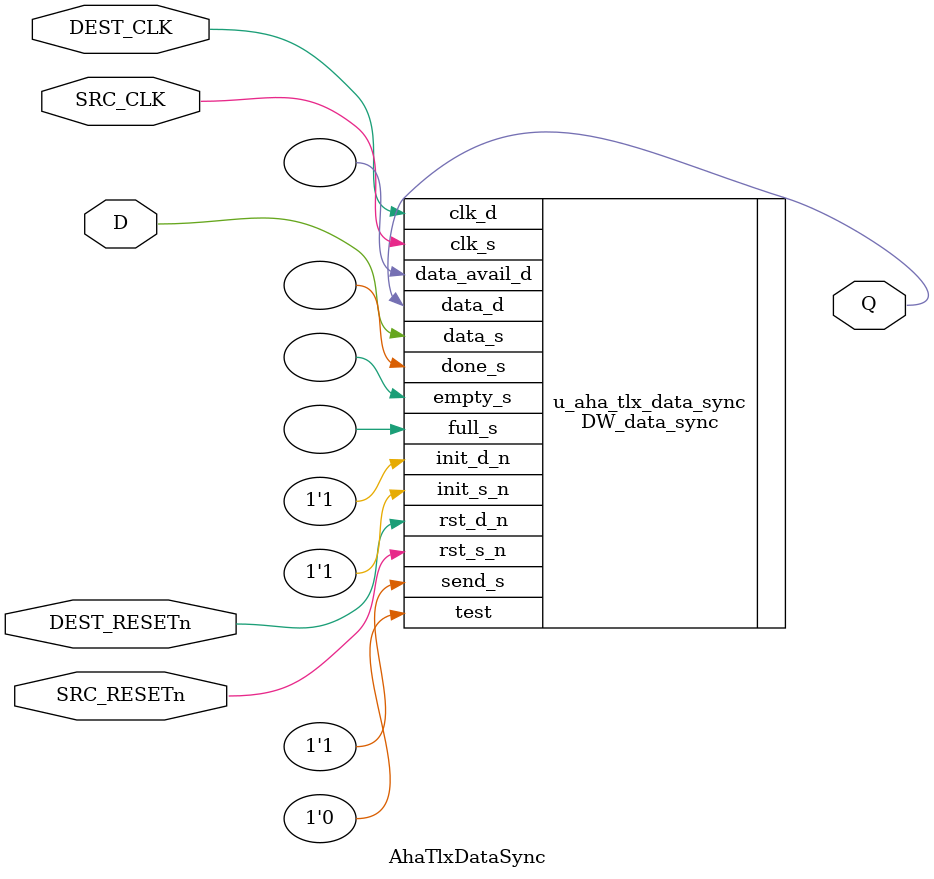
<source format=v>
module AhaTlxDataSync #(
  parameter WIDTH = 1
  )(
  // Inputs
  input   wire              SRC_CLK,
  input   wire              SRC_RESETn,
  input   wire              DEST_CLK,
  input   wire              DEST_RESETn,

  input   wire  [WIDTH-1:0] D,

  // Outputs
  output  wire  [WIDTH-1:0] Q
);

  DW_data_sync #(
    .width          (WIDTH),
    .pend_mode      (1),
    .ack_delay      (1),
    .f_sync_type    (2),
    .r_sync_type    (2),
    .send_mode      (0)
    )
  u_aha_tlx_data_sync (
    .clk_s          (SRC_CLK),
    .rst_s_n        (SRC_RESETn),
    .init_s_n       (1'b1),
    .send_s         (1'b1),
    .data_s         (D),
    .empty_s        (),
    .full_s         (),
    .done_s         (),
    .clk_d          (DEST_CLK),
    .rst_d_n        (DEST_RESETn),
    .init_d_n       (1'b1),
    .data_avail_d   (),
    .data_d         (Q),
    .test           (1'b0)
  );

endmodule

</source>
